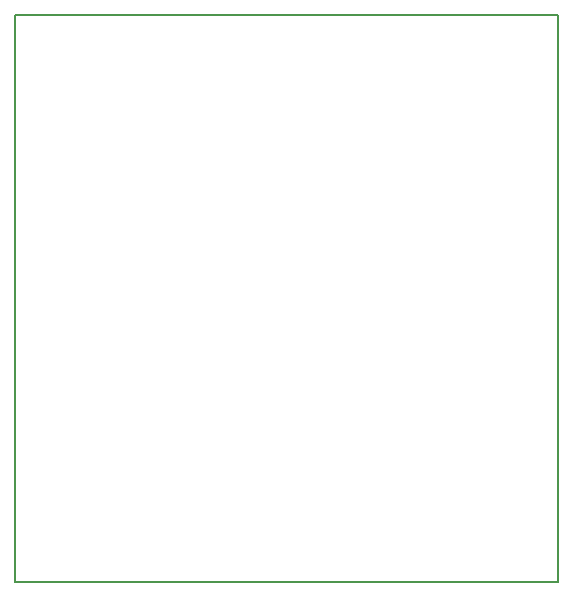
<source format=gm1>
%TF.GenerationSoftware,KiCad,Pcbnew,no-vcs-found-609da9b~60~ubuntu16.04.1*%
%TF.CreationDate,2017-10-16T18:06:58+03:00*%
%TF.ProjectId,orange_pi_zero_node,6F72616E67655F70695F7A65726F5F6E,rev?*%
%TF.SameCoordinates,Original*%
%TF.FileFunction,Profile,NP*%
%FSLAX46Y46*%
G04 Gerber Fmt 4.6, Leading zero omitted, Abs format (unit mm)*
G04 Created by KiCad (PCBNEW no-vcs-found-609da9b~60~ubuntu16.04.1) date Mon Oct 16 18:06:58 2017*
%MOMM*%
%LPD*%
G01*
G04 APERTURE LIST*
%ADD10C,0.150000*%
G04 APERTURE END LIST*
D10*
X113000000Y-98500000D02*
X113000000Y-50500000D01*
X159000000Y-98500000D02*
X113000000Y-98500000D01*
X159000000Y-50500000D02*
X159000000Y-98500000D01*
X113000000Y-50500000D02*
X159000000Y-50500000D01*
M02*

</source>
